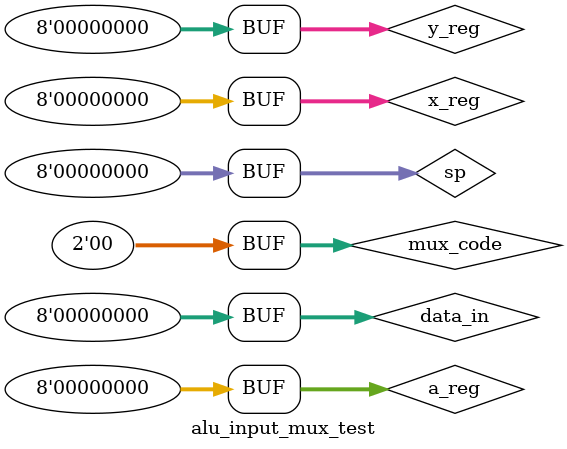
<source format=v>
`timescale 1ns / 1ps


module alu_input_mux_test;

	// Inputs
	reg [1:0] mux_code;
	reg [7:0] a_reg;
	reg [7:0] x_reg;
	reg [7:0] y_reg;
	reg [7:0] data_in;
	reg [7:0] sp;

	// Outputs
	wire [7:0] out;

	// Instantiate the Unit Under Test (UUT)
	ALU_INPUT_MUX uut (
		.mux_code(mux_code), 
		.a_reg(a_reg), 
		.x_reg(x_reg), 
		.y_reg(y_reg), 
		.data_in(data_in), 
		.sp(sp), 
		.out(out)
	);

	initial begin
		// Initialize Inputs
		mux_code = 0;
		a_reg = 0;
		x_reg = 0;
		y_reg = 0;
		data_in = 0;
		sp = 0;

		// Wait 100 ns for global reset to finish
		#100;
        
		// Add stimulus here

	end
      
endmodule


</source>
